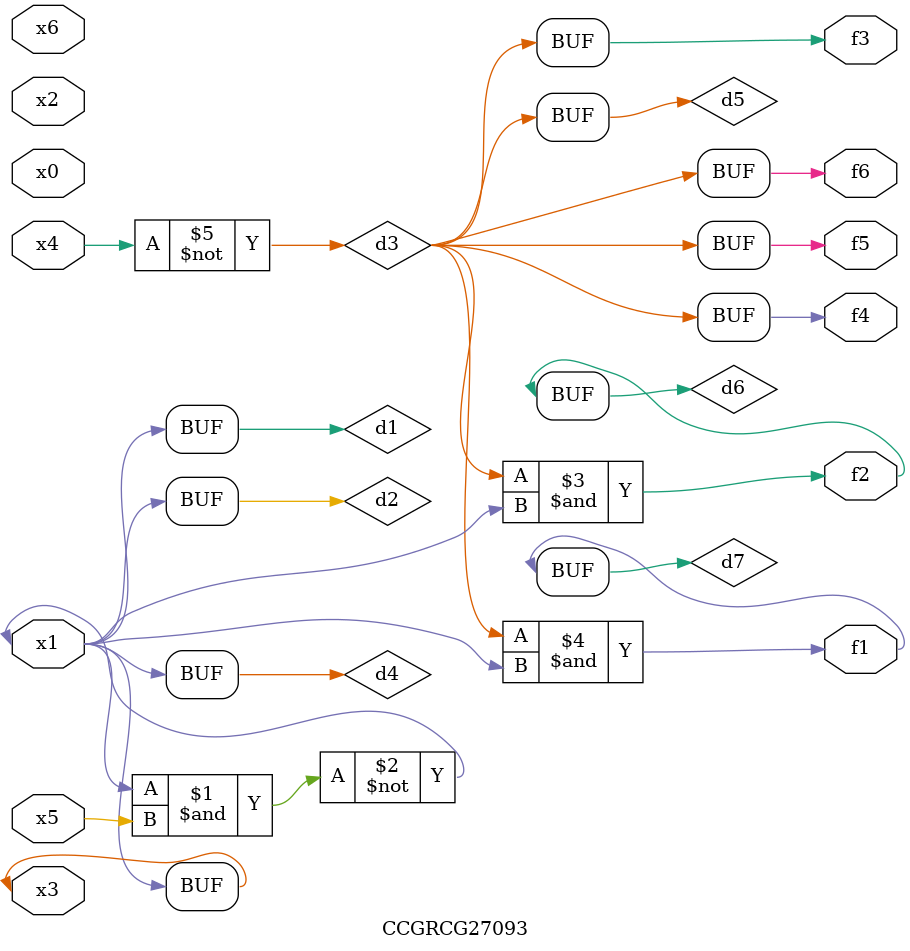
<source format=v>
module CCGRCG27093(
	input x0, x1, x2, x3, x4, x5, x6,
	output f1, f2, f3, f4, f5, f6
);

	wire d1, d2, d3, d4, d5, d6, d7;

	buf (d1, x1, x3);
	nand (d2, x1, x5);
	not (d3, x4);
	buf (d4, d1, d2);
	buf (d5, d3);
	and (d6, d3, d4);
	and (d7, d3, d4);
	assign f1 = d7;
	assign f2 = d6;
	assign f3 = d5;
	assign f4 = d5;
	assign f5 = d5;
	assign f6 = d5;
endmodule

</source>
